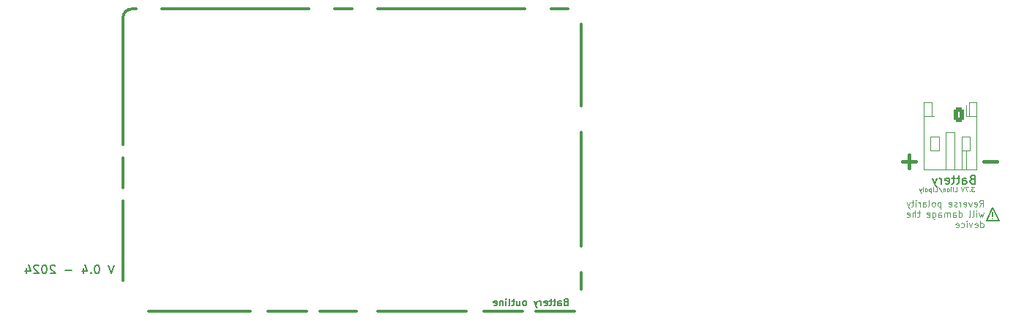
<source format=gbr>
%TF.GenerationSoftware,KiCad,Pcbnew,(6.0.10-0)*%
%TF.CreationDate,2024-12-15T11:01:57+01:00*%
%TF.ProjectId,MiniChord,4d696e69-4368-46f7-9264-2e6b69636164,rev?*%
%TF.SameCoordinates,Original*%
%TF.FileFunction,Legend,Bot*%
%TF.FilePolarity,Positive*%
%FSLAX46Y46*%
G04 Gerber Fmt 4.6, Leading zero omitted, Abs format (unit mm)*
G04 Created by KiCad (PCBNEW (6.0.10-0)) date 2024-12-15 11:01:57*
%MOMM*%
%LPD*%
G01*
G04 APERTURE LIST*
G04 Aperture macros list*
%AMRoundRect*
0 Rectangle with rounded corners*
0 $1 Rounding radius*
0 $2 $3 $4 $5 $6 $7 $8 $9 X,Y pos of 4 corners*
0 Add a 4 corners polygon primitive as box body*
4,1,4,$2,$3,$4,$5,$6,$7,$8,$9,$2,$3,0*
0 Add four circle primitives for the rounded corners*
1,1,$1+$1,$2,$3*
1,1,$1+$1,$4,$5*
1,1,$1+$1,$6,$7*
1,1,$1+$1,$8,$9*
0 Add four rect primitives between the rounded corners*
20,1,$1+$1,$2,$3,$4,$5,0*
20,1,$1+$1,$4,$5,$6,$7,0*
20,1,$1+$1,$6,$7,$8,$9,0*
20,1,$1+$1,$8,$9,$2,$3,0*%
%AMHorizOval*
0 Thick line with rounded ends*
0 $1 width*
0 $2 $3 position (X,Y) of the first rounded end (center of the circle)*
0 $4 $5 position (X,Y) of the second rounded end (center of the circle)*
0 Add line between two ends*
20,1,$1,$2,$3,$4,$5,0*
0 Add two circle primitives to create the rounded ends*
1,1,$1,$2,$3*
1,1,$1,$4,$5*%
G04 Aperture macros list end*
%ADD10C,0.300000*%
%ADD11C,0.150000*%
%ADD12C,0.100000*%
%ADD13C,0.075000*%
%ADD14C,0.400000*%
%ADD15C,0.130000*%
%ADD16C,0.120000*%
%ADD17C,1.800000*%
%ADD18C,2.000000*%
%ADD19R,1.070000X1.800000*%
%ADD20O,1.070000X1.800000*%
%ADD21R,1.800000X1.800000*%
%ADD22C,1.700000*%
%ADD23C,1.600000*%
%ADD24O,1.900000X3.300000*%
%ADD25O,2.050000X1.800000*%
%ADD26C,1.100000*%
%ADD27C,1.850000*%
%ADD28C,1.750000*%
%ADD29HorizOval,1.200000X-0.353553X-0.353553X0.353553X0.353553X0*%
%ADD30HorizOval,1.200000X0.353553X-0.353553X-0.353553X0.353553X0*%
%ADD31HorizOval,1.200000X0.353553X0.353553X-0.353553X-0.353553X0*%
%ADD32RoundRect,0.250000X0.350000X0.625000X-0.350000X0.625000X-0.350000X-0.625000X0.350000X-0.625000X0*%
%ADD33O,1.200000X1.750000*%
%ADD34C,1.650000*%
G04 APERTURE END LIST*
D10*
X30000000Y-99750000D02*
X30000000Y-96250000D01*
X44750000Y-114000000D02*
X33000000Y-114000000D01*
X83000000Y-109500000D02*
X83000000Y-111500000D01*
D11*
X130625000Y-103250000D02*
X130625000Y-103250000D01*
D10*
X30000000Y-94750000D02*
X30000000Y-80000000D01*
X69750000Y-114000000D02*
X59500000Y-114000000D01*
X30000000Y-110500000D02*
X30000000Y-101250000D01*
D11*
X130625000Y-102500000D02*
X130625000Y-103000000D01*
D10*
X82250000Y-114000000D02*
X77750000Y-114000000D01*
X83000000Y-93250000D02*
X83000000Y-106500000D01*
X83000000Y-80750000D02*
X83000000Y-90250000D01*
X54500000Y-79000000D02*
X56500000Y-79000000D01*
X31000000Y-79000000D02*
G75*
G03*
X30000000Y-80000000I0J-1000000D01*
G01*
X79500000Y-79000000D02*
X81500000Y-79000000D01*
D11*
X130625000Y-102000000D02*
X129875000Y-103500000D01*
X131375000Y-103500000D02*
X130625000Y-102000000D01*
D10*
X34500000Y-79000000D02*
X51500000Y-79000000D01*
X51250000Y-114000000D02*
X46750000Y-114000000D01*
X59500000Y-79000000D02*
X76500000Y-79000000D01*
X76250000Y-114000000D02*
X71750000Y-114000000D01*
D11*
X129875000Y-103500000D02*
X131375000Y-103500000D01*
D10*
X31000000Y-79000000D02*
X31500000Y-79000000D01*
X57000000Y-114000000D02*
X52750000Y-114000000D01*
D12*
X129077857Y-101881785D02*
X129327857Y-101524642D01*
X129506428Y-101881785D02*
X129506428Y-101131785D01*
X129220714Y-101131785D01*
X129149285Y-101167500D01*
X129113571Y-101203214D01*
X129077857Y-101274642D01*
X129077857Y-101381785D01*
X129113571Y-101453214D01*
X129149285Y-101488928D01*
X129220714Y-101524642D01*
X129506428Y-101524642D01*
X128470714Y-101846071D02*
X128542142Y-101881785D01*
X128685000Y-101881785D01*
X128756428Y-101846071D01*
X128792142Y-101774642D01*
X128792142Y-101488928D01*
X128756428Y-101417500D01*
X128685000Y-101381785D01*
X128542142Y-101381785D01*
X128470714Y-101417500D01*
X128435000Y-101488928D01*
X128435000Y-101560357D01*
X128792142Y-101631785D01*
X128185000Y-101381785D02*
X128006428Y-101881785D01*
X127827857Y-101381785D01*
X127256428Y-101846071D02*
X127327857Y-101881785D01*
X127470714Y-101881785D01*
X127542142Y-101846071D01*
X127577857Y-101774642D01*
X127577857Y-101488928D01*
X127542142Y-101417500D01*
X127470714Y-101381785D01*
X127327857Y-101381785D01*
X127256428Y-101417500D01*
X127220714Y-101488928D01*
X127220714Y-101560357D01*
X127577857Y-101631785D01*
X126899285Y-101881785D02*
X126899285Y-101381785D01*
X126899285Y-101524642D02*
X126863571Y-101453214D01*
X126827857Y-101417500D01*
X126756428Y-101381785D01*
X126685000Y-101381785D01*
X126470714Y-101846071D02*
X126399285Y-101881785D01*
X126256428Y-101881785D01*
X126185000Y-101846071D01*
X126149285Y-101774642D01*
X126149285Y-101738928D01*
X126185000Y-101667500D01*
X126256428Y-101631785D01*
X126363571Y-101631785D01*
X126435000Y-101596071D01*
X126470714Y-101524642D01*
X126470714Y-101488928D01*
X126435000Y-101417500D01*
X126363571Y-101381785D01*
X126256428Y-101381785D01*
X126185000Y-101417500D01*
X125542142Y-101846071D02*
X125613571Y-101881785D01*
X125756428Y-101881785D01*
X125827857Y-101846071D01*
X125863571Y-101774642D01*
X125863571Y-101488928D01*
X125827857Y-101417500D01*
X125756428Y-101381785D01*
X125613571Y-101381785D01*
X125542142Y-101417500D01*
X125506428Y-101488928D01*
X125506428Y-101560357D01*
X125863571Y-101631785D01*
X124613571Y-101381785D02*
X124613571Y-102131785D01*
X124613571Y-101417500D02*
X124542142Y-101381785D01*
X124399285Y-101381785D01*
X124327857Y-101417500D01*
X124292142Y-101453214D01*
X124256428Y-101524642D01*
X124256428Y-101738928D01*
X124292142Y-101810357D01*
X124327857Y-101846071D01*
X124399285Y-101881785D01*
X124542142Y-101881785D01*
X124613571Y-101846071D01*
X123827857Y-101881785D02*
X123899285Y-101846071D01*
X123935000Y-101810357D01*
X123970714Y-101738928D01*
X123970714Y-101524642D01*
X123935000Y-101453214D01*
X123899285Y-101417500D01*
X123827857Y-101381785D01*
X123720714Y-101381785D01*
X123649285Y-101417500D01*
X123613571Y-101453214D01*
X123577857Y-101524642D01*
X123577857Y-101738928D01*
X123613571Y-101810357D01*
X123649285Y-101846071D01*
X123720714Y-101881785D01*
X123827857Y-101881785D01*
X123149285Y-101881785D02*
X123220714Y-101846071D01*
X123256428Y-101774642D01*
X123256428Y-101131785D01*
X122542142Y-101881785D02*
X122542142Y-101488928D01*
X122577857Y-101417500D01*
X122649285Y-101381785D01*
X122792142Y-101381785D01*
X122863571Y-101417500D01*
X122542142Y-101846071D02*
X122613571Y-101881785D01*
X122792142Y-101881785D01*
X122863571Y-101846071D01*
X122899285Y-101774642D01*
X122899285Y-101703214D01*
X122863571Y-101631785D01*
X122792142Y-101596071D01*
X122613571Y-101596071D01*
X122542142Y-101560357D01*
X122185000Y-101881785D02*
X122185000Y-101381785D01*
X122185000Y-101524642D02*
X122149285Y-101453214D01*
X122113571Y-101417500D01*
X122042142Y-101381785D01*
X121970714Y-101381785D01*
X121720714Y-101881785D02*
X121720714Y-101381785D01*
X121720714Y-101131785D02*
X121756428Y-101167500D01*
X121720714Y-101203214D01*
X121685000Y-101167500D01*
X121720714Y-101131785D01*
X121720714Y-101203214D01*
X121470714Y-101381785D02*
X121185000Y-101381785D01*
X121363571Y-101131785D02*
X121363571Y-101774642D01*
X121327857Y-101846071D01*
X121256428Y-101881785D01*
X121185000Y-101881785D01*
X121006428Y-101381785D02*
X120827857Y-101881785D01*
X120649285Y-101381785D02*
X120827857Y-101881785D01*
X120899285Y-102060357D01*
X120935000Y-102096071D01*
X121006428Y-102131785D01*
X129577857Y-102589285D02*
X129435000Y-103089285D01*
X129292142Y-102732142D01*
X129149285Y-103089285D01*
X129006428Y-102589285D01*
X128720714Y-103089285D02*
X128720714Y-102589285D01*
X128720714Y-102339285D02*
X128756428Y-102375000D01*
X128720714Y-102410714D01*
X128685000Y-102375000D01*
X128720714Y-102339285D01*
X128720714Y-102410714D01*
X128256428Y-103089285D02*
X128327857Y-103053571D01*
X128363571Y-102982142D01*
X128363571Y-102339285D01*
X127863571Y-103089285D02*
X127935000Y-103053571D01*
X127970714Y-102982142D01*
X127970714Y-102339285D01*
X126685000Y-103089285D02*
X126685000Y-102339285D01*
X126685000Y-103053571D02*
X126756428Y-103089285D01*
X126899285Y-103089285D01*
X126970714Y-103053571D01*
X127006428Y-103017857D01*
X127042142Y-102946428D01*
X127042142Y-102732142D01*
X127006428Y-102660714D01*
X126970714Y-102625000D01*
X126899285Y-102589285D01*
X126756428Y-102589285D01*
X126685000Y-102625000D01*
X126006428Y-103089285D02*
X126006428Y-102696428D01*
X126042142Y-102625000D01*
X126113571Y-102589285D01*
X126256428Y-102589285D01*
X126327857Y-102625000D01*
X126006428Y-103053571D02*
X126077857Y-103089285D01*
X126256428Y-103089285D01*
X126327857Y-103053571D01*
X126363571Y-102982142D01*
X126363571Y-102910714D01*
X126327857Y-102839285D01*
X126256428Y-102803571D01*
X126077857Y-102803571D01*
X126006428Y-102767857D01*
X125649285Y-103089285D02*
X125649285Y-102589285D01*
X125649285Y-102660714D02*
X125613571Y-102625000D01*
X125542142Y-102589285D01*
X125435000Y-102589285D01*
X125363571Y-102625000D01*
X125327857Y-102696428D01*
X125327857Y-103089285D01*
X125327857Y-102696428D02*
X125292142Y-102625000D01*
X125220714Y-102589285D01*
X125113571Y-102589285D01*
X125042142Y-102625000D01*
X125006428Y-102696428D01*
X125006428Y-103089285D01*
X124327857Y-103089285D02*
X124327857Y-102696428D01*
X124363571Y-102625000D01*
X124435000Y-102589285D01*
X124577857Y-102589285D01*
X124649285Y-102625000D01*
X124327857Y-103053571D02*
X124399285Y-103089285D01*
X124577857Y-103089285D01*
X124649285Y-103053571D01*
X124685000Y-102982142D01*
X124685000Y-102910714D01*
X124649285Y-102839285D01*
X124577857Y-102803571D01*
X124399285Y-102803571D01*
X124327857Y-102767857D01*
X123649285Y-102589285D02*
X123649285Y-103196428D01*
X123685000Y-103267857D01*
X123720714Y-103303571D01*
X123792142Y-103339285D01*
X123899285Y-103339285D01*
X123970714Y-103303571D01*
X123649285Y-103053571D02*
X123720714Y-103089285D01*
X123863571Y-103089285D01*
X123935000Y-103053571D01*
X123970714Y-103017857D01*
X124006428Y-102946428D01*
X124006428Y-102732142D01*
X123970714Y-102660714D01*
X123935000Y-102625000D01*
X123863571Y-102589285D01*
X123720714Y-102589285D01*
X123649285Y-102625000D01*
X123006428Y-103053571D02*
X123077857Y-103089285D01*
X123220714Y-103089285D01*
X123292142Y-103053571D01*
X123327857Y-102982142D01*
X123327857Y-102696428D01*
X123292142Y-102625000D01*
X123220714Y-102589285D01*
X123077857Y-102589285D01*
X123006428Y-102625000D01*
X122970714Y-102696428D01*
X122970714Y-102767857D01*
X123327857Y-102839285D01*
X122185000Y-102589285D02*
X121899285Y-102589285D01*
X122077857Y-102339285D02*
X122077857Y-102982142D01*
X122042142Y-103053571D01*
X121970714Y-103089285D01*
X121899285Y-103089285D01*
X121649285Y-103089285D02*
X121649285Y-102339285D01*
X121327857Y-103089285D02*
X121327857Y-102696428D01*
X121363571Y-102625000D01*
X121435000Y-102589285D01*
X121542142Y-102589285D01*
X121613571Y-102625000D01*
X121649285Y-102660714D01*
X120685000Y-103053571D02*
X120756428Y-103089285D01*
X120899285Y-103089285D01*
X120970714Y-103053571D01*
X121006428Y-102982142D01*
X121006428Y-102696428D01*
X120970714Y-102625000D01*
X120899285Y-102589285D01*
X120756428Y-102589285D01*
X120685000Y-102625000D01*
X120649285Y-102696428D01*
X120649285Y-102767857D01*
X121006428Y-102839285D01*
X129185000Y-104296785D02*
X129185000Y-103546785D01*
X129185000Y-104261071D02*
X129256428Y-104296785D01*
X129399285Y-104296785D01*
X129470714Y-104261071D01*
X129506428Y-104225357D01*
X129542142Y-104153928D01*
X129542142Y-103939642D01*
X129506428Y-103868214D01*
X129470714Y-103832500D01*
X129399285Y-103796785D01*
X129256428Y-103796785D01*
X129185000Y-103832500D01*
X128542142Y-104261071D02*
X128613571Y-104296785D01*
X128756428Y-104296785D01*
X128827857Y-104261071D01*
X128863571Y-104189642D01*
X128863571Y-103903928D01*
X128827857Y-103832500D01*
X128756428Y-103796785D01*
X128613571Y-103796785D01*
X128542142Y-103832500D01*
X128506428Y-103903928D01*
X128506428Y-103975357D01*
X128863571Y-104046785D01*
X128256428Y-103796785D02*
X128077857Y-104296785D01*
X127899285Y-103796785D01*
X127613571Y-104296785D02*
X127613571Y-103796785D01*
X127613571Y-103546785D02*
X127649285Y-103582500D01*
X127613571Y-103618214D01*
X127577857Y-103582500D01*
X127613571Y-103546785D01*
X127613571Y-103618214D01*
X126935000Y-104261071D02*
X127006428Y-104296785D01*
X127149285Y-104296785D01*
X127220714Y-104261071D01*
X127256428Y-104225357D01*
X127292142Y-104153928D01*
X127292142Y-103939642D01*
X127256428Y-103868214D01*
X127220714Y-103832500D01*
X127149285Y-103796785D01*
X127006428Y-103796785D01*
X126935000Y-103832500D01*
X126327857Y-104261071D02*
X126399285Y-104296785D01*
X126542142Y-104296785D01*
X126613571Y-104261071D01*
X126649285Y-104189642D01*
X126649285Y-103903928D01*
X126613571Y-103832500D01*
X126542142Y-103796785D01*
X126399285Y-103796785D01*
X126327857Y-103832500D01*
X126292142Y-103903928D01*
X126292142Y-103975357D01*
X126649285Y-104046785D01*
D11*
X29007261Y-108652380D02*
X28673928Y-109652380D01*
X28340595Y-108652380D01*
X27054880Y-108652380D02*
X26959642Y-108652380D01*
X26864404Y-108700000D01*
X26816785Y-108747619D01*
X26769166Y-108842857D01*
X26721547Y-109033333D01*
X26721547Y-109271428D01*
X26769166Y-109461904D01*
X26816785Y-109557142D01*
X26864404Y-109604761D01*
X26959642Y-109652380D01*
X27054880Y-109652380D01*
X27150119Y-109604761D01*
X27197738Y-109557142D01*
X27245357Y-109461904D01*
X27292976Y-109271428D01*
X27292976Y-109033333D01*
X27245357Y-108842857D01*
X27197738Y-108747619D01*
X27150119Y-108700000D01*
X27054880Y-108652380D01*
X26292976Y-109557142D02*
X26245357Y-109604761D01*
X26292976Y-109652380D01*
X26340595Y-109604761D01*
X26292976Y-109557142D01*
X26292976Y-109652380D01*
X25388214Y-108985714D02*
X25388214Y-109652380D01*
X25626309Y-108604761D02*
X25864404Y-109319047D01*
X25245357Y-109319047D01*
X24102500Y-109271428D02*
X23340595Y-109271428D01*
X22150119Y-108747619D02*
X22102500Y-108700000D01*
X22007261Y-108652380D01*
X21769166Y-108652380D01*
X21673928Y-108700000D01*
X21626309Y-108747619D01*
X21578690Y-108842857D01*
X21578690Y-108938095D01*
X21626309Y-109080952D01*
X22197738Y-109652380D01*
X21578690Y-109652380D01*
X20959642Y-108652380D02*
X20864404Y-108652380D01*
X20769166Y-108700000D01*
X20721547Y-108747619D01*
X20673928Y-108842857D01*
X20626309Y-109033333D01*
X20626309Y-109271428D01*
X20673928Y-109461904D01*
X20721547Y-109557142D01*
X20769166Y-109604761D01*
X20864404Y-109652380D01*
X20959642Y-109652380D01*
X21054880Y-109604761D01*
X21102500Y-109557142D01*
X21150119Y-109461904D01*
X21197738Y-109271428D01*
X21197738Y-109033333D01*
X21150119Y-108842857D01*
X21102500Y-108747619D01*
X21054880Y-108700000D01*
X20959642Y-108652380D01*
X20245357Y-108747619D02*
X20197738Y-108700000D01*
X20102500Y-108652380D01*
X19864404Y-108652380D01*
X19769166Y-108700000D01*
X19721547Y-108747619D01*
X19673928Y-108842857D01*
X19673928Y-108938095D01*
X19721547Y-109080952D01*
X20292976Y-109652380D01*
X19673928Y-109652380D01*
X18816785Y-108985714D02*
X18816785Y-109652380D01*
X19054880Y-108604761D02*
X19292976Y-109319047D01*
X18673928Y-109319047D01*
D13*
X128479821Y-99623690D02*
X128170297Y-99623690D01*
X128336964Y-99814166D01*
X128265535Y-99814166D01*
X128217916Y-99837976D01*
X128194107Y-99861785D01*
X128170297Y-99909404D01*
X128170297Y-100028452D01*
X128194107Y-100076071D01*
X128217916Y-100099880D01*
X128265535Y-100123690D01*
X128408392Y-100123690D01*
X128456011Y-100099880D01*
X128479821Y-100076071D01*
X127956011Y-100076071D02*
X127932202Y-100099880D01*
X127956011Y-100123690D01*
X127979821Y-100099880D01*
X127956011Y-100076071D01*
X127956011Y-100123690D01*
X127765535Y-99623690D02*
X127432202Y-99623690D01*
X127646488Y-100123690D01*
X127313154Y-99623690D02*
X127146488Y-100123690D01*
X126979821Y-99623690D01*
X126194107Y-100123690D02*
X126432202Y-100123690D01*
X126432202Y-99623690D01*
X126027440Y-100123690D02*
X126027440Y-99790357D01*
X126027440Y-99623690D02*
X126051250Y-99647500D01*
X126027440Y-99671309D01*
X126003630Y-99647500D01*
X126027440Y-99623690D01*
X126027440Y-99671309D01*
X125789345Y-100123690D02*
X125789345Y-99790357D01*
X125789345Y-99623690D02*
X125813154Y-99647500D01*
X125789345Y-99671309D01*
X125765535Y-99647500D01*
X125789345Y-99623690D01*
X125789345Y-99671309D01*
X125479821Y-100123690D02*
X125527440Y-100099880D01*
X125551250Y-100076071D01*
X125575059Y-100028452D01*
X125575059Y-99885595D01*
X125551250Y-99837976D01*
X125527440Y-99814166D01*
X125479821Y-99790357D01*
X125408392Y-99790357D01*
X125360773Y-99814166D01*
X125336964Y-99837976D01*
X125313154Y-99885595D01*
X125313154Y-100028452D01*
X125336964Y-100076071D01*
X125360773Y-100099880D01*
X125408392Y-100123690D01*
X125479821Y-100123690D01*
X125098869Y-99790357D02*
X125098869Y-100123690D01*
X125098869Y-99837976D02*
X125075059Y-99814166D01*
X125027440Y-99790357D01*
X124956011Y-99790357D01*
X124908392Y-99814166D01*
X124884583Y-99861785D01*
X124884583Y-100123690D01*
X124289345Y-99599880D02*
X124717916Y-100242738D01*
X123884583Y-100123690D02*
X124122678Y-100123690D01*
X124122678Y-99623690D01*
X123717916Y-100123690D02*
X123717916Y-99790357D01*
X123717916Y-99623690D02*
X123741726Y-99647500D01*
X123717916Y-99671309D01*
X123694107Y-99647500D01*
X123717916Y-99623690D01*
X123717916Y-99671309D01*
X123479821Y-99790357D02*
X123479821Y-100290357D01*
X123479821Y-99814166D02*
X123432202Y-99790357D01*
X123336964Y-99790357D01*
X123289345Y-99814166D01*
X123265535Y-99837976D01*
X123241726Y-99885595D01*
X123241726Y-100028452D01*
X123265535Y-100076071D01*
X123289345Y-100099880D01*
X123336964Y-100123690D01*
X123432202Y-100123690D01*
X123479821Y-100099880D01*
X122956011Y-100123690D02*
X123003630Y-100099880D01*
X123027440Y-100076071D01*
X123051250Y-100028452D01*
X123051250Y-99885595D01*
X123027440Y-99837976D01*
X123003630Y-99814166D01*
X122956011Y-99790357D01*
X122884583Y-99790357D01*
X122836964Y-99814166D01*
X122813154Y-99837976D01*
X122789345Y-99885595D01*
X122789345Y-100028452D01*
X122813154Y-100076071D01*
X122836964Y-100099880D01*
X122884583Y-100123690D01*
X122956011Y-100123690D01*
X122503630Y-100123690D02*
X122551250Y-100099880D01*
X122575059Y-100052261D01*
X122575059Y-99623690D01*
X122360773Y-99790357D02*
X122241726Y-100123690D01*
X122122678Y-99790357D02*
X122241726Y-100123690D01*
X122289345Y-100242738D01*
X122313154Y-100266547D01*
X122360773Y-100290357D01*
D14*
X131063809Y-96640357D02*
X129540000Y-96640357D01*
D15*
X81208357Y-112942857D02*
X81094071Y-112980952D01*
X81055976Y-113019047D01*
X81017880Y-113095238D01*
X81017880Y-113209523D01*
X81055976Y-113285714D01*
X81094071Y-113323809D01*
X81170261Y-113361904D01*
X81475023Y-113361904D01*
X81475023Y-112561904D01*
X81208357Y-112561904D01*
X81132166Y-112600000D01*
X81094071Y-112638095D01*
X81055976Y-112714285D01*
X81055976Y-112790476D01*
X81094071Y-112866666D01*
X81132166Y-112904761D01*
X81208357Y-112942857D01*
X81475023Y-112942857D01*
X80332166Y-113361904D02*
X80332166Y-112942857D01*
X80370261Y-112866666D01*
X80446452Y-112828571D01*
X80598833Y-112828571D01*
X80675023Y-112866666D01*
X80332166Y-113323809D02*
X80408357Y-113361904D01*
X80598833Y-113361904D01*
X80675023Y-113323809D01*
X80713119Y-113247619D01*
X80713119Y-113171428D01*
X80675023Y-113095238D01*
X80598833Y-113057142D01*
X80408357Y-113057142D01*
X80332166Y-113019047D01*
X80065500Y-112828571D02*
X79760738Y-112828571D01*
X79951214Y-112561904D02*
X79951214Y-113247619D01*
X79913119Y-113323809D01*
X79836928Y-113361904D01*
X79760738Y-113361904D01*
X79608357Y-112828571D02*
X79303595Y-112828571D01*
X79494071Y-112561904D02*
X79494071Y-113247619D01*
X79455976Y-113323809D01*
X79379785Y-113361904D01*
X79303595Y-113361904D01*
X78732166Y-113323809D02*
X78808357Y-113361904D01*
X78960738Y-113361904D01*
X79036928Y-113323809D01*
X79075023Y-113247619D01*
X79075023Y-112942857D01*
X79036928Y-112866666D01*
X78960738Y-112828571D01*
X78808357Y-112828571D01*
X78732166Y-112866666D01*
X78694071Y-112942857D01*
X78694071Y-113019047D01*
X79075023Y-113095238D01*
X78351214Y-113361904D02*
X78351214Y-112828571D01*
X78351214Y-112980952D02*
X78313119Y-112904761D01*
X78275023Y-112866666D01*
X78198833Y-112828571D01*
X78122642Y-112828571D01*
X77932166Y-112828571D02*
X77741690Y-113361904D01*
X77551214Y-112828571D02*
X77741690Y-113361904D01*
X77817880Y-113552380D01*
X77855976Y-113590476D01*
X77932166Y-113628571D01*
X76522642Y-113361904D02*
X76598833Y-113323809D01*
X76636928Y-113285714D01*
X76675023Y-113209523D01*
X76675023Y-112980952D01*
X76636928Y-112904761D01*
X76598833Y-112866666D01*
X76522642Y-112828571D01*
X76408357Y-112828571D01*
X76332166Y-112866666D01*
X76294071Y-112904761D01*
X76255976Y-112980952D01*
X76255976Y-113209523D01*
X76294071Y-113285714D01*
X76332166Y-113323809D01*
X76408357Y-113361904D01*
X76522642Y-113361904D01*
X75570261Y-112828571D02*
X75570261Y-113361904D01*
X75913119Y-112828571D02*
X75913119Y-113247619D01*
X75875023Y-113323809D01*
X75798833Y-113361904D01*
X75684547Y-113361904D01*
X75608357Y-113323809D01*
X75570261Y-113285714D01*
X75303595Y-112828571D02*
X74998833Y-112828571D01*
X75189309Y-112561904D02*
X75189309Y-113247619D01*
X75151214Y-113323809D01*
X75075023Y-113361904D01*
X74998833Y-113361904D01*
X74617880Y-113361904D02*
X74694071Y-113323809D01*
X74732166Y-113247619D01*
X74732166Y-112561904D01*
X74313119Y-113361904D02*
X74313119Y-112828571D01*
X74313119Y-112561904D02*
X74351214Y-112600000D01*
X74313119Y-112638095D01*
X74275023Y-112600000D01*
X74313119Y-112561904D01*
X74313119Y-112638095D01*
X73932166Y-112828571D02*
X73932166Y-113361904D01*
X73932166Y-112904761D02*
X73894071Y-112866666D01*
X73817880Y-112828571D01*
X73703595Y-112828571D01*
X73627404Y-112866666D01*
X73589309Y-112942857D01*
X73589309Y-113361904D01*
X72903595Y-113323809D02*
X72979785Y-113361904D01*
X73132166Y-113361904D01*
X73208357Y-113323809D01*
X73246452Y-113247619D01*
X73246452Y-112942857D01*
X73208357Y-112866666D01*
X73132166Y-112828571D01*
X72979785Y-112828571D01*
X72903595Y-112866666D01*
X72865500Y-112942857D01*
X72865500Y-113019047D01*
X73246452Y-113095238D01*
D14*
X121663809Y-96640357D02*
X120140000Y-96640357D01*
X120901904Y-97402261D02*
X120901904Y-95878452D01*
D11*
X128231071Y-98726071D02*
X128088214Y-98773690D01*
X128040595Y-98821309D01*
X127992976Y-98916547D01*
X127992976Y-99059404D01*
X128040595Y-99154642D01*
X128088214Y-99202261D01*
X128183452Y-99249880D01*
X128564404Y-99249880D01*
X128564404Y-98249880D01*
X128231071Y-98249880D01*
X128135833Y-98297500D01*
X128088214Y-98345119D01*
X128040595Y-98440357D01*
X128040595Y-98535595D01*
X128088214Y-98630833D01*
X128135833Y-98678452D01*
X128231071Y-98726071D01*
X128564404Y-98726071D01*
X127135833Y-99249880D02*
X127135833Y-98726071D01*
X127183452Y-98630833D01*
X127278690Y-98583214D01*
X127469166Y-98583214D01*
X127564404Y-98630833D01*
X127135833Y-99202261D02*
X127231071Y-99249880D01*
X127469166Y-99249880D01*
X127564404Y-99202261D01*
X127612023Y-99107023D01*
X127612023Y-99011785D01*
X127564404Y-98916547D01*
X127469166Y-98868928D01*
X127231071Y-98868928D01*
X127135833Y-98821309D01*
X126802500Y-98583214D02*
X126421547Y-98583214D01*
X126659642Y-98249880D02*
X126659642Y-99107023D01*
X126612023Y-99202261D01*
X126516785Y-99249880D01*
X126421547Y-99249880D01*
X126231071Y-98583214D02*
X125850119Y-98583214D01*
X126088214Y-98249880D02*
X126088214Y-99107023D01*
X126040595Y-99202261D01*
X125945357Y-99249880D01*
X125850119Y-99249880D01*
X125135833Y-99202261D02*
X125231071Y-99249880D01*
X125421547Y-99249880D01*
X125516785Y-99202261D01*
X125564404Y-99107023D01*
X125564404Y-98726071D01*
X125516785Y-98630833D01*
X125421547Y-98583214D01*
X125231071Y-98583214D01*
X125135833Y-98630833D01*
X125088214Y-98726071D01*
X125088214Y-98821309D01*
X125564404Y-98916547D01*
X124659642Y-99249880D02*
X124659642Y-98583214D01*
X124659642Y-98773690D02*
X124612023Y-98678452D01*
X124564404Y-98630833D01*
X124469166Y-98583214D01*
X124373928Y-98583214D01*
X124135833Y-98583214D02*
X123897738Y-99249880D01*
X123659642Y-98583214D02*
X123897738Y-99249880D01*
X123992976Y-99487976D01*
X124040595Y-99535595D01*
X124135833Y-99583214D01*
D16*
%TO.C,J3*%
X122640000Y-91395000D02*
X123560000Y-91395000D01*
X123400000Y-95355000D02*
X124400000Y-95355000D01*
X127000000Y-93755000D02*
X128000000Y-93755000D01*
X124400000Y-93755000D02*
X123400000Y-93755000D01*
X127500000Y-95355000D02*
X127500000Y-97615000D01*
X124400000Y-95355000D02*
X124400000Y-93755000D01*
X122640000Y-97615000D02*
X122640000Y-89795000D01*
X122640000Y-89795000D02*
X123560000Y-89795000D01*
X123560000Y-89795000D02*
X123560000Y-91395000D01*
X127560000Y-91395000D02*
X127560000Y-90180000D01*
X128760000Y-89795000D02*
X128760000Y-97615000D01*
X123400000Y-93755000D02*
X123400000Y-95355000D01*
X128000000Y-95355000D02*
X127000000Y-95355000D01*
X127840000Y-91395000D02*
X127840000Y-89795000D01*
X127000000Y-95355000D02*
X127000000Y-93755000D01*
X128760000Y-91395000D02*
X127840000Y-91395000D01*
X128000000Y-93755000D02*
X128000000Y-95355000D01*
X128760000Y-97615000D02*
X122640000Y-97615000D01*
X127840000Y-89795000D02*
X128760000Y-89795000D01*
X123560000Y-91395000D02*
X123840000Y-91395000D01*
X126200000Y-93255000D02*
X125200000Y-93255000D01*
X126200000Y-97615000D02*
X126200000Y-93255000D01*
X125200000Y-93255000D02*
X125200000Y-97615000D01*
X127560000Y-91395000D02*
X127840000Y-91395000D01*
X127000000Y-95355000D02*
X127000000Y-97615000D01*
%TD*%
%LPC*%
D17*
%TO.C,SW11*%
X77000000Y-98000000D03*
X68000000Y-98000000D03*
D18*
X75000000Y-91750000D03*
X75000000Y-104250000D03*
X70000000Y-91750000D03*
X70000000Y-104250000D03*
%TD*%
%TO.C,SW26*%
X121250000Y-75250000D03*
X114750000Y-75250000D03*
X121250000Y-70750000D03*
X114750000Y-70750000D03*
%TD*%
D19*
%TO.C,D2*%
X117640000Y-126500000D03*
D20*
X118910000Y-126500000D03*
X120180000Y-126500000D03*
X121450000Y-126500000D03*
%TD*%
D17*
%TO.C,SW12*%
X85000000Y-93500000D03*
X85000000Y-102500000D03*
D18*
X91250000Y-100500000D03*
X78750000Y-100500000D03*
X91250000Y-95500000D03*
X78750000Y-95500000D03*
%TD*%
D17*
%TO.C,SW15*%
X35000000Y-110500000D03*
X44000000Y-110500000D03*
D18*
X42000000Y-104250000D03*
X42000000Y-116750000D03*
X37000000Y-104250000D03*
X37000000Y-116750000D03*
%TD*%
D17*
%TO.C,SW10*%
X60000000Y-93500000D03*
X60000000Y-102500000D03*
D18*
X66250000Y-100500000D03*
X53750000Y-100500000D03*
X66250000Y-95500000D03*
X53750000Y-95500000D03*
%TD*%
D21*
%TO.C,D1*%
X112500000Y-74270000D03*
D17*
X112500000Y-71730000D03*
%TD*%
%TO.C,SW21*%
X110000000Y-110500000D03*
X119000000Y-110500000D03*
D18*
X117000000Y-104250000D03*
X117000000Y-116750000D03*
X112000000Y-104250000D03*
X112000000Y-116750000D03*
%TD*%
D17*
%TO.C,SW6*%
X93000000Y-81000000D03*
X93000000Y-90000000D03*
D18*
X99250000Y-88000000D03*
X86750000Y-88000000D03*
X99250000Y-83000000D03*
X86750000Y-83000000D03*
%TD*%
D17*
%TO.C,SW14*%
X110000000Y-102500000D03*
X110000000Y-93500000D03*
D18*
X116250000Y-100500000D03*
X103750000Y-100500000D03*
X116250000Y-95500000D03*
X103750000Y-95500000D03*
%TD*%
D17*
%TO.C,SW2*%
X43000000Y-90000000D03*
X43000000Y-81000000D03*
D18*
X49250000Y-88000000D03*
X36750000Y-88000000D03*
X49250000Y-83000000D03*
X36750000Y-83000000D03*
%TD*%
D17*
%TO.C,SW17*%
X60000000Y-110500000D03*
X69000000Y-110500000D03*
D18*
X67000000Y-104250000D03*
X67000000Y-116750000D03*
X62000000Y-104250000D03*
X62000000Y-116750000D03*
%TD*%
D22*
%TO.C,RV3*%
X170000000Y-84030000D03*
X170000000Y-92030000D03*
X164000000Y-84030000D03*
D23*
X167000000Y-88030000D03*
D24*
X171400000Y-88030000D03*
D22*
X164000000Y-92030000D03*
D24*
X162600000Y-88030000D03*
D25*
X164500000Y-95030000D03*
X167000000Y-95030000D03*
X169500000Y-95030000D03*
%TD*%
D17*
%TO.C,SW13*%
X102000000Y-98000000D03*
X93000000Y-98000000D03*
D18*
X100000000Y-91750000D03*
X100000000Y-104250000D03*
X95000000Y-91750000D03*
X95000000Y-104250000D03*
%TD*%
%TO.C,SW24*%
X170250000Y-131750000D03*
X163750000Y-131750000D03*
X170250000Y-127250000D03*
X163750000Y-127250000D03*
%TD*%
D17*
%TO.C,SW18*%
X77000000Y-115000000D03*
X77000000Y-106000000D03*
D18*
X83250000Y-113000000D03*
X70750000Y-113000000D03*
X83250000Y-108000000D03*
X70750000Y-108000000D03*
%TD*%
D17*
%TO.C,SW16*%
X52000000Y-115000000D03*
X52000000Y-106000000D03*
D18*
X58250000Y-113000000D03*
X45750000Y-113000000D03*
X58250000Y-108000000D03*
X45750000Y-108000000D03*
%TD*%
D17*
%TO.C,SW20*%
X102000000Y-106000000D03*
X102000000Y-115000000D03*
D18*
X108250000Y-113000000D03*
X95750000Y-113000000D03*
X108250000Y-108000000D03*
X95750000Y-108000000D03*
%TD*%
D26*
%TO.C,J1*%
X137800000Y-89450000D03*
X135230000Y-94540000D03*
X135250000Y-89400000D03*
X137825000Y-91975000D03*
D27*
X136450000Y-93350000D03*
D26*
X137770000Y-94540000D03*
X135230000Y-92000000D03*
D27*
X136500000Y-90625000D03*
%TD*%
D22*
%TO.C,RV2*%
X170000000Y-99030000D03*
D24*
X171400000Y-103030000D03*
D22*
X164000000Y-107030000D03*
D23*
X167000000Y-103030000D03*
D22*
X170000000Y-107030000D03*
D24*
X162600000Y-103030000D03*
D22*
X164000000Y-99030000D03*
D25*
X164500000Y-110030000D03*
X167000000Y-110030000D03*
X169500000Y-110030000D03*
%TD*%
D17*
%TO.C,SW4*%
X68000000Y-81000000D03*
X68000000Y-90000000D03*
D18*
X74250000Y-88000000D03*
X61750000Y-88000000D03*
X74250000Y-83000000D03*
X61750000Y-83000000D03*
%TD*%
%TO.C,SW22*%
X22750000Y-79750000D03*
X22750000Y-86250000D03*
X18250000Y-79750000D03*
X18250000Y-86250000D03*
%TD*%
D27*
%TO.C,J4*%
X136450000Y-131350000D03*
D26*
X137800000Y-127450000D03*
X137825000Y-129975000D03*
X135230000Y-130000000D03*
X137770000Y-132540000D03*
X135230000Y-132540000D03*
X135250000Y-127400000D03*
D27*
X136500000Y-128625000D03*
%TD*%
D17*
%TO.C,SW5*%
X76000000Y-85500000D03*
X85000000Y-85500000D03*
D18*
X83000000Y-79250000D03*
X83000000Y-91750000D03*
X78000000Y-79250000D03*
X78000000Y-91750000D03*
%TD*%
D17*
%TO.C,SW19*%
X85000000Y-110500000D03*
X94000000Y-110500000D03*
D18*
X92000000Y-104250000D03*
X92000000Y-116750000D03*
X87000000Y-104250000D03*
X87000000Y-116750000D03*
%TD*%
D17*
%TO.C,SW9*%
X43000000Y-98000000D03*
X52000000Y-98000000D03*
D18*
X50000000Y-91750000D03*
X50000000Y-104250000D03*
X45000000Y-91750000D03*
X45000000Y-104250000D03*
%TD*%
D23*
%TO.C,RV1*%
X167000000Y-118000000D03*
D24*
X162600000Y-118000000D03*
D22*
X170000000Y-122000000D03*
X164000000Y-114000000D03*
X164000000Y-122000000D03*
D24*
X171400000Y-118000000D03*
D22*
X170000000Y-114000000D03*
D25*
X164500000Y-125000000D03*
X167000000Y-125000000D03*
X169500000Y-125000000D03*
%TD*%
D17*
%TO.C,SW7*%
X110000000Y-85500000D03*
X101000000Y-85500000D03*
D18*
X108000000Y-79250000D03*
X108000000Y-91750000D03*
X103000000Y-79250000D03*
X103000000Y-91750000D03*
%TD*%
D17*
%TO.C,SW3*%
X51000000Y-85500000D03*
X60000000Y-85500000D03*
D18*
X58000000Y-79250000D03*
X58000000Y-91750000D03*
X53000000Y-79250000D03*
X53000000Y-91750000D03*
%TD*%
D28*
%TO.C,J2*%
X114738835Y-134196699D03*
X112971068Y-132428932D03*
X111203301Y-130661165D03*
D29*
X105900000Y-132428932D03*
X107667767Y-134196699D03*
D30*
X105900000Y-139500000D03*
D31*
X112971068Y-139500000D03*
X111203301Y-137732233D03*
%TD*%
D17*
%TO.C,SW1*%
X26000000Y-85500000D03*
X35000000Y-85500000D03*
D18*
X33000000Y-79250000D03*
X33000000Y-91750000D03*
X28000000Y-79250000D03*
X28000000Y-91750000D03*
%TD*%
%TO.C,SW25*%
X163750000Y-134250000D03*
X170250000Y-134250000D03*
X163750000Y-138750000D03*
X170250000Y-138750000D03*
%TD*%
D17*
%TO.C,SW8*%
X35000000Y-93500000D03*
X35000000Y-102500000D03*
D18*
X41250000Y-100500000D03*
X28750000Y-100500000D03*
X41250000Y-95500000D03*
X28750000Y-95500000D03*
%TD*%
D32*
%TO.C,J3*%
X126700000Y-91255000D03*
D33*
X124700000Y-91255000D03*
%TD*%
D34*
%TO.C,U1*%
X144130000Y-148375000D03*
X144130000Y-145835000D03*
X144130000Y-143295000D03*
X144130000Y-140755000D03*
X144130000Y-138215000D03*
X144130000Y-135675000D03*
X144130000Y-133135000D03*
X144130000Y-130595000D03*
X144130000Y-128055000D03*
X144130000Y-125515000D03*
X144130000Y-122975000D03*
X144130000Y-120435000D03*
X144130000Y-117895000D03*
X144130000Y-115355000D03*
X159370000Y-115355000D03*
X159370000Y-117895000D03*
X159370000Y-120435000D03*
X159370000Y-122975000D03*
X159370000Y-125515000D03*
X159370000Y-128055000D03*
X159370000Y-130595000D03*
X159370000Y-133135000D03*
X159370000Y-135675000D03*
X159370000Y-138215000D03*
X159370000Y-140755000D03*
X159370000Y-143295000D03*
X159370000Y-145835000D03*
X159370000Y-148375000D03*
X156830000Y-145835000D03*
%TD*%
M02*

</source>
